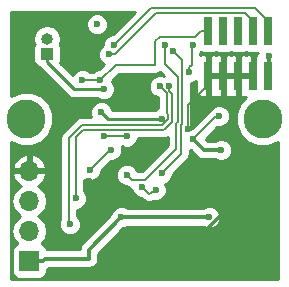
<source format=gbr>
G04 #@! TF.GenerationSoftware,KiCad,Pcbnew,(2017-08-19 revision a20cce075)-master*
G04 #@! TF.CreationDate,2017-08-26T17:51:18+03:00*
G04 #@! TF.ProjectId,distance-sensor-vl53l0x,64697374616E63652D73656E736F722D,rev?*
G04 #@! TF.SameCoordinates,Original*
G04 #@! TF.FileFunction,Copper,L2,Bot,Signal*
G04 #@! TF.FilePolarity,Positive*
%FSLAX46Y46*%
G04 Gerber Fmt 4.6, Leading zero omitted, Abs format (unit mm)*
G04 Created by KiCad (PCBNEW (2017-08-19 revision a20cce075)-master) date Sat Aug 26 17:51:18 2017*
%MOMM*%
%LPD*%
G01*
G04 APERTURE LIST*
%ADD10C,3.300000*%
%ADD11R,0.760000X2.400000*%
%ADD12R,1.000000X1.000000*%
%ADD13O,1.000000X1.000000*%
%ADD14R,1.700000X1.700000*%
%ADD15O,1.700000X1.700000*%
%ADD16C,0.600000*%
%ADD17C,0.200000*%
%ADD18C,0.300000*%
%ADD19C,0.250000*%
%ADD20C,0.160000*%
%ADD21C,0.254000*%
G04 APERTURE END LIST*
D10*
X116000000Y-99750000D03*
X96000000Y-99750000D03*
D11*
X116470000Y-96110000D03*
X116470000Y-92300000D03*
X115200000Y-96110000D03*
X115200000Y-92300000D03*
X113930000Y-96110000D03*
X113930000Y-92300000D03*
X112660000Y-96110000D03*
X112660000Y-92300000D03*
X111390000Y-96110000D03*
X111390000Y-92300000D03*
D12*
X97750000Y-94250000D03*
D13*
X97750000Y-92980000D03*
D14*
X96250000Y-111790000D03*
D15*
X96250000Y-109250000D03*
X96250000Y-106710000D03*
X96250000Y-104170000D03*
D16*
X100750000Y-96500000D03*
X102250000Y-96500000D03*
X100200000Y-91100000D03*
X108700000Y-104500000D03*
X113600000Y-106100000D03*
X110400000Y-109600000D03*
X101300000Y-105000000D03*
X109700000Y-100600000D03*
X103250000Y-105869998D03*
X111500000Y-108100000D03*
X104040000Y-108100000D03*
X116500000Y-94400000D03*
X112500000Y-102400000D03*
X102350027Y-99200032D03*
X101978555Y-91753555D03*
X107500000Y-99750000D03*
X112325728Y-99525728D03*
X110100000Y-101500000D03*
X110100000Y-93500000D03*
X109800000Y-95800000D03*
X103177439Y-102398539D03*
X101400000Y-104100000D03*
X102565500Y-97249979D03*
X103403005Y-93514277D03*
X100200000Y-106500000D03*
X108100000Y-97015000D03*
X99700000Y-108700000D03*
X107300000Y-97015000D03*
X103000000Y-94300000D03*
X102550000Y-101250000D03*
X104500000Y-101250000D03*
X107494203Y-104357253D03*
X108400843Y-94019283D03*
X107697862Y-93514823D03*
X104500000Y-104500000D03*
X106934000Y-105791000D03*
X105800000Y-105500000D03*
D17*
X106900000Y-95200000D02*
X103550000Y-95200000D01*
X103550000Y-95200000D02*
X102250000Y-96500000D01*
X106900000Y-93200000D02*
X106900000Y-95200000D01*
X107300000Y-92800000D02*
X106900000Y-93200000D01*
X110310000Y-92800000D02*
X107300000Y-92800000D01*
X111390000Y-92300000D02*
X110810000Y-92300000D01*
X110810000Y-92300000D02*
X110310000Y-92800000D01*
X102250000Y-96500000D02*
X100750000Y-96500000D01*
D18*
X113600000Y-106100000D02*
X110300000Y-106100000D01*
X110300000Y-106100000D02*
X108700000Y-104500000D01*
X110400000Y-109600000D02*
X110824264Y-109600000D01*
X110824264Y-109600000D02*
X113600000Y-106824264D01*
X113600000Y-106824264D02*
X113600000Y-106100000D01*
D17*
X101300000Y-105000000D02*
X102169998Y-105869998D01*
X102169998Y-105869998D02*
X103250000Y-105869998D01*
X111390000Y-96930000D02*
X109700000Y-98620000D01*
X111390000Y-96110000D02*
X111390000Y-96930000D01*
X109700000Y-98620000D02*
X109700000Y-100600000D01*
X112660000Y-96110000D02*
X111390000Y-96110000D01*
X113930000Y-96110000D02*
X112660000Y-96110000D01*
X115200000Y-96110000D02*
X113930000Y-96110000D01*
D18*
X101300000Y-111600000D02*
X101300000Y-110840000D01*
X101300000Y-110840000D02*
X104040000Y-108100000D01*
X97590000Y-111600000D02*
X101300000Y-111600000D01*
X96250000Y-111790000D02*
X97400000Y-111790000D01*
X97400000Y-111790000D02*
X97590000Y-111600000D01*
X104040000Y-108100000D02*
X111500000Y-108100000D01*
X116500000Y-94400000D02*
X116500000Y-96080000D01*
X116500000Y-96080000D02*
X116470000Y-96110000D01*
X112500000Y-102400000D02*
X111000000Y-102400000D01*
X111000000Y-102400000D02*
X110100000Y-101500000D01*
D17*
X116470000Y-96110000D02*
X116470000Y-96930000D01*
D19*
X102899995Y-99750000D02*
X102350027Y-99200032D01*
X107500000Y-99750000D02*
X102899995Y-99750000D01*
D17*
X110100000Y-101500000D02*
X112074272Y-99525728D01*
X112074272Y-99525728D02*
X112325728Y-99525728D01*
X110000000Y-95175736D02*
X110000000Y-93600000D01*
X110000000Y-93600000D02*
X110100000Y-93500000D01*
X109800000Y-95800000D02*
X109800000Y-95375736D01*
X109800000Y-95375736D02*
X110000000Y-95175736D01*
X101400000Y-104100000D02*
X103101461Y-102398539D01*
X103101461Y-102398539D02*
X103177439Y-102398539D01*
D19*
X97750000Y-94270000D02*
X97750000Y-94977106D01*
X100022873Y-97249979D02*
X102565500Y-97249979D01*
X97750000Y-94977106D02*
X100022873Y-97249979D01*
D17*
X110604298Y-90400000D02*
X106517282Y-90400000D01*
X106517282Y-90400000D02*
X103403005Y-93514277D01*
X116470000Y-91480000D02*
X115389988Y-90399988D01*
X110604310Y-90399988D02*
X110604298Y-90400000D01*
X115389988Y-90399988D02*
X110604310Y-90399988D01*
X116470000Y-92300000D02*
X116470000Y-91480000D01*
D20*
X100800000Y-100700000D02*
X100200000Y-101300000D01*
X100200000Y-101300000D02*
X100200000Y-106500000D01*
X107600000Y-100700000D02*
X100800000Y-100700000D01*
X107700000Y-100600000D02*
X107600000Y-100700000D01*
X108300000Y-100000000D02*
X107700000Y-100600000D01*
X108300000Y-97639264D02*
X108300000Y-100000000D01*
X108100000Y-97015000D02*
X108100000Y-97439264D01*
X108100000Y-97439264D02*
X108300000Y-97639264D01*
X99600000Y-101400000D02*
X99600000Y-108600000D01*
X99600000Y-108600000D02*
X99700000Y-108700000D01*
X100700000Y-100300000D02*
X99600000Y-101400000D01*
X102912794Y-100300000D02*
X100700000Y-100300000D01*
X107500000Y-100312402D02*
X102925196Y-100312402D01*
X102925196Y-100312402D02*
X102912794Y-100300000D01*
X108000000Y-99400000D02*
X108000000Y-99812402D01*
X108000000Y-99812402D02*
X107500000Y-100312402D01*
X107880001Y-99280001D02*
X108000000Y-99400000D01*
X107300000Y-97015000D02*
X107880001Y-97595001D01*
X107880001Y-97595001D02*
X107880001Y-99280001D01*
D17*
X110769987Y-90800011D02*
X107005275Y-90800011D01*
X110769999Y-90799999D02*
X110769987Y-90800011D01*
X114519999Y-90799999D02*
X110769999Y-90799999D01*
X115200000Y-91480000D02*
X114519999Y-90799999D01*
X103505286Y-94300000D02*
X103000000Y-94300000D01*
X107005275Y-90800011D02*
X103505286Y-94300000D01*
X115200000Y-92300000D02*
X115200000Y-91480000D01*
X104500000Y-101250000D02*
X102550000Y-101250000D01*
X109099998Y-100311998D02*
X109099998Y-102751458D01*
X109099998Y-102751458D02*
X107494203Y-104357253D01*
X109199998Y-94818438D02*
X109199998Y-100211998D01*
X108400843Y-94019283D02*
X109199998Y-94818438D01*
X109199998Y-100211998D02*
X109099998Y-100311998D01*
X107697862Y-95151564D02*
X107697862Y-93514823D01*
X104500000Y-104500000D02*
X104946142Y-104946142D01*
X104946142Y-104946142D02*
X106053858Y-104946142D01*
X108799987Y-96253689D02*
X107697862Y-95151564D01*
X108799987Y-100046309D02*
X108799987Y-96253689D01*
X108699987Y-100146309D02*
X108799987Y-100046309D01*
X106053858Y-104946142D02*
X108699987Y-102300013D01*
X108699987Y-102300013D02*
X108699987Y-100146309D01*
D20*
X106934000Y-105791000D02*
X106400000Y-106100000D01*
X106400000Y-106100000D02*
X105800000Y-105500000D01*
D21*
G36*
X103298650Y-92579185D02*
X103217838Y-92579115D01*
X102874062Y-92721160D01*
X102610813Y-92983950D01*
X102468167Y-93327478D01*
X102468008Y-93509927D01*
X102207808Y-93769673D01*
X102065162Y-94113201D01*
X102064838Y-94485167D01*
X102206883Y-94828943D01*
X102469673Y-95092192D01*
X102574735Y-95135818D01*
X102145645Y-95564908D01*
X102064833Y-95564838D01*
X101721057Y-95706883D01*
X101662838Y-95765000D01*
X101337419Y-95765000D01*
X101280327Y-95707808D01*
X100936799Y-95565162D01*
X100564833Y-95564838D01*
X100221057Y-95706883D01*
X99957808Y-95969673D01*
X99916602Y-96068906D01*
X98847077Y-94999381D01*
X98848157Y-94997765D01*
X98897440Y-94750000D01*
X98897440Y-93750000D01*
X98848157Y-93502235D01*
X98805135Y-93437849D01*
X98820839Y-93414346D01*
X98907236Y-92980000D01*
X98820839Y-92545654D01*
X98574802Y-92177434D01*
X98217545Y-91938722D01*
X101043393Y-91938722D01*
X101185438Y-92282498D01*
X101448228Y-92545747D01*
X101791756Y-92688393D01*
X102163722Y-92688717D01*
X102507498Y-92546672D01*
X102770747Y-92283882D01*
X102913393Y-91940354D01*
X102913717Y-91568388D01*
X102771672Y-91224612D01*
X102508882Y-90961363D01*
X102165354Y-90818717D01*
X101793388Y-90818393D01*
X101449612Y-90960438D01*
X101186363Y-91223228D01*
X101043717Y-91566756D01*
X101043393Y-91938722D01*
X98217545Y-91938722D01*
X98206582Y-91931397D01*
X97772236Y-91845000D01*
X97727764Y-91845000D01*
X97293418Y-91931397D01*
X96925198Y-92177434D01*
X96679161Y-92545654D01*
X96592764Y-92980000D01*
X96679161Y-93414346D01*
X96694865Y-93437849D01*
X96651843Y-93502235D01*
X96602560Y-93750000D01*
X96602560Y-94750000D01*
X96651843Y-94997765D01*
X96792191Y-95207809D01*
X97002235Y-95348157D01*
X97116655Y-95370916D01*
X97212599Y-95514507D01*
X99485472Y-97787380D01*
X99732034Y-97952127D01*
X100022873Y-98009979D01*
X102003037Y-98009979D01*
X102035173Y-98042171D01*
X102378701Y-98184817D01*
X102750667Y-98185141D01*
X103094443Y-98043096D01*
X103357692Y-97780306D01*
X103500338Y-97436778D01*
X103500662Y-97064812D01*
X103358617Y-96721036D01*
X103213640Y-96575806D01*
X103854447Y-95935000D01*
X106900000Y-95935000D01*
X107181272Y-95879051D01*
X107303939Y-95797087D01*
X107658176Y-96151324D01*
X107486799Y-96080162D01*
X107114833Y-96079838D01*
X106771057Y-96221883D01*
X106507808Y-96484673D01*
X106365162Y-96828201D01*
X106364838Y-97200167D01*
X106506883Y-97543943D01*
X106769673Y-97807192D01*
X107113201Y-97949838D01*
X107165001Y-97949883D01*
X107165001Y-98876747D01*
X106971057Y-98956883D01*
X106937882Y-98990000D01*
X103274915Y-98990000D01*
X103143144Y-98671089D01*
X102880354Y-98407840D01*
X102536826Y-98265194D01*
X102164860Y-98264870D01*
X101821084Y-98406915D01*
X101557835Y-98669705D01*
X101415189Y-99013233D01*
X101414865Y-99385199D01*
X101497421Y-99585000D01*
X100700000Y-99585000D01*
X100426381Y-99639426D01*
X100238392Y-99765037D01*
X100194419Y-99794419D01*
X99094419Y-100894419D01*
X98939426Y-101126381D01*
X98885000Y-101400000D01*
X98885000Y-108224600D01*
X98765162Y-108513201D01*
X98764838Y-108885167D01*
X98906883Y-109228943D01*
X99169673Y-109492192D01*
X99513201Y-109634838D01*
X99885167Y-109635162D01*
X100228943Y-109493117D01*
X100492192Y-109230327D01*
X100634838Y-108886799D01*
X100635162Y-108514833D01*
X100493117Y-108171057D01*
X100315000Y-107992629D01*
X100315000Y-107435101D01*
X100385167Y-107435162D01*
X100728943Y-107293117D01*
X100992192Y-107030327D01*
X101134838Y-106686799D01*
X101135162Y-106314833D01*
X100993117Y-105971057D01*
X100915000Y-105892804D01*
X100915000Y-104911014D01*
X101213201Y-105034838D01*
X101585167Y-105035162D01*
X101928943Y-104893117D01*
X102192192Y-104630327D01*
X102334838Y-104286799D01*
X102334910Y-104204537D01*
X103205882Y-103333564D01*
X103362606Y-103333701D01*
X103706382Y-103191656D01*
X103969631Y-102928866D01*
X104112277Y-102585338D01*
X104112601Y-102213372D01*
X104056824Y-102078380D01*
X104313201Y-102184838D01*
X104685167Y-102185162D01*
X105028943Y-102043117D01*
X105292192Y-101780327D01*
X105434838Y-101436799D01*
X105434857Y-101415000D01*
X107600000Y-101415000D01*
X107873619Y-101360574D01*
X107964987Y-101299523D01*
X107964987Y-101995566D01*
X105749412Y-104211142D01*
X105392318Y-104211142D01*
X105293117Y-103971057D01*
X105030327Y-103707808D01*
X104686799Y-103565162D01*
X104314833Y-103564838D01*
X103971057Y-103706883D01*
X103707808Y-103969673D01*
X103565162Y-104313201D01*
X103564838Y-104685167D01*
X103706883Y-105028943D01*
X103969673Y-105292192D01*
X104313201Y-105434838D01*
X104395463Y-105434910D01*
X104426418Y-105465865D01*
X104574542Y-105564838D01*
X104664870Y-105625193D01*
X104864856Y-105664973D01*
X104864838Y-105685167D01*
X105006883Y-106028943D01*
X105269673Y-106292192D01*
X105613201Y-106434838D01*
X105723772Y-106434934D01*
X105894419Y-106605581D01*
X105933924Y-106631978D01*
X105965289Y-106667672D01*
X106048903Y-106708804D01*
X106126381Y-106760574D01*
X106172983Y-106769844D01*
X106215618Y-106790817D01*
X106308612Y-106796821D01*
X106400000Y-106814999D01*
X106446598Y-106805730D01*
X106494017Y-106808792D01*
X106582229Y-106778752D01*
X106673618Y-106760574D01*
X106713125Y-106734176D01*
X106742880Y-106724044D01*
X106747201Y-106725838D01*
X107119167Y-106726162D01*
X107462943Y-106584117D01*
X107726192Y-106321327D01*
X107868838Y-105977799D01*
X107869162Y-105605833D01*
X107730868Y-105271136D01*
X108023146Y-105150370D01*
X108286395Y-104887580D01*
X108429041Y-104544052D01*
X108429113Y-104461790D01*
X109619721Y-103271182D01*
X109779049Y-103032730D01*
X109799418Y-102930327D01*
X109834998Y-102751458D01*
X109834998Y-102402365D01*
X109913201Y-102434838D01*
X109924690Y-102434848D01*
X110444921Y-102955079D01*
X110699593Y-103125245D01*
X111000000Y-103185000D01*
X111962494Y-103185000D01*
X111969673Y-103192192D01*
X112313201Y-103334838D01*
X112685167Y-103335162D01*
X113028943Y-103193117D01*
X113292192Y-102930327D01*
X113434838Y-102586799D01*
X113435162Y-102214833D01*
X113293117Y-101871057D01*
X113030327Y-101607808D01*
X112686799Y-101465162D01*
X112314833Y-101464838D01*
X111971057Y-101606883D01*
X111962926Y-101615000D01*
X111325158Y-101615000D01*
X111174802Y-101464644D01*
X112178846Y-100460601D01*
X112510895Y-100460890D01*
X112854671Y-100318845D01*
X113117920Y-100056055D01*
X113260566Y-99712527D01*
X113260890Y-99340561D01*
X113118845Y-98996785D01*
X112856055Y-98733536D01*
X112512527Y-98590890D01*
X112140561Y-98590566D01*
X111796785Y-98732611D01*
X111533536Y-98995401D01*
X111511086Y-99049468D01*
X109995645Y-100564908D01*
X109914833Y-100564838D01*
X109834998Y-100597825D01*
X109834998Y-100559197D01*
X109879049Y-100493270D01*
X109892354Y-100426381D01*
X109934998Y-100211998D01*
X109934998Y-96735118D01*
X109985167Y-96735162D01*
X110328943Y-96593117D01*
X110375000Y-96547140D01*
X110375000Y-97436309D01*
X110471673Y-97669698D01*
X110650301Y-97848327D01*
X110883690Y-97945000D01*
X111104250Y-97945000D01*
X111263000Y-97786250D01*
X111263000Y-96237000D01*
X111517000Y-96237000D01*
X111517000Y-97786250D01*
X111675750Y-97945000D01*
X111896310Y-97945000D01*
X112025000Y-97891695D01*
X112153690Y-97945000D01*
X112374250Y-97945000D01*
X112533000Y-97786250D01*
X112533000Y-96237000D01*
X112787000Y-96237000D01*
X112787000Y-97786250D01*
X112945750Y-97945000D01*
X113166310Y-97945000D01*
X113295000Y-97891695D01*
X113423690Y-97945000D01*
X113644250Y-97945000D01*
X113803000Y-97786250D01*
X113803000Y-96237000D01*
X112787000Y-96237000D01*
X112533000Y-96237000D01*
X111517000Y-96237000D01*
X111263000Y-96237000D01*
X111243000Y-96237000D01*
X111243000Y-95983000D01*
X111263000Y-95983000D01*
X111263000Y-94433750D01*
X111517000Y-94433750D01*
X111517000Y-95983000D01*
X112533000Y-95983000D01*
X112533000Y-94433750D01*
X112787000Y-94433750D01*
X112787000Y-95983000D01*
X113803000Y-95983000D01*
X113803000Y-94433750D01*
X114057000Y-94433750D01*
X114057000Y-95983000D01*
X115073000Y-95983000D01*
X115073000Y-94433750D01*
X114914250Y-94275000D01*
X114693690Y-94275000D01*
X114565000Y-94328305D01*
X114436310Y-94275000D01*
X114215750Y-94275000D01*
X114057000Y-94433750D01*
X113803000Y-94433750D01*
X113644250Y-94275000D01*
X113423690Y-94275000D01*
X113295000Y-94328305D01*
X113166310Y-94275000D01*
X112945750Y-94275000D01*
X112787000Y-94433750D01*
X112533000Y-94433750D01*
X112374250Y-94275000D01*
X112153690Y-94275000D01*
X112025000Y-94328305D01*
X111896310Y-94275000D01*
X111675750Y-94275000D01*
X111517000Y-94433750D01*
X111263000Y-94433750D01*
X111104250Y-94275000D01*
X110883690Y-94275000D01*
X110735000Y-94336589D01*
X110735000Y-94187245D01*
X110813941Y-94108442D01*
X111010000Y-94147440D01*
X111770000Y-94147440D01*
X112017765Y-94098157D01*
X112025000Y-94093323D01*
X112032235Y-94098157D01*
X112280000Y-94147440D01*
X113040000Y-94147440D01*
X113287765Y-94098157D01*
X113295000Y-94093323D01*
X113302235Y-94098157D01*
X113550000Y-94147440D01*
X114310000Y-94147440D01*
X114557765Y-94098157D01*
X114565000Y-94093323D01*
X114572235Y-94098157D01*
X114820000Y-94147440D01*
X115580000Y-94147440D01*
X115593591Y-94144737D01*
X115565162Y-94213201D01*
X115565108Y-94275000D01*
X115485750Y-94275000D01*
X115327000Y-94433750D01*
X115327000Y-95983000D01*
X115347000Y-95983000D01*
X115347000Y-96237000D01*
X115327000Y-96237000D01*
X115327000Y-96257000D01*
X115073000Y-96257000D01*
X115073000Y-96237000D01*
X114057000Y-96237000D01*
X114057000Y-97786250D01*
X114215750Y-97945000D01*
X114436310Y-97945000D01*
X114565000Y-97891695D01*
X114608995Y-97909918D01*
X114064001Y-98453961D01*
X113715397Y-99293491D01*
X113714604Y-100202521D01*
X114061742Y-101042658D01*
X114703961Y-101685999D01*
X115543491Y-102034603D01*
X116452521Y-102035396D01*
X117290000Y-101689356D01*
X117290000Y-113290000D01*
X94710000Y-113290000D01*
X94710000Y-106710000D01*
X94735907Y-106710000D01*
X94848946Y-107278285D01*
X95170853Y-107760054D01*
X95500026Y-107980000D01*
X95170853Y-108199946D01*
X94848946Y-108681715D01*
X94735907Y-109250000D01*
X94848946Y-109818285D01*
X95170853Y-110300054D01*
X95214777Y-110329403D01*
X95152235Y-110341843D01*
X94942191Y-110482191D01*
X94801843Y-110692235D01*
X94752560Y-110940000D01*
X94752560Y-112640000D01*
X94801843Y-112887765D01*
X94942191Y-113097809D01*
X95152235Y-113238157D01*
X95400000Y-113287440D01*
X97100000Y-113287440D01*
X97347765Y-113238157D01*
X97557809Y-113097809D01*
X97698157Y-112887765D01*
X97747440Y-112640000D01*
X97747440Y-112483819D01*
X97895333Y-112385000D01*
X101300000Y-112385000D01*
X101600406Y-112325245D01*
X101855079Y-112155079D01*
X102025245Y-111900406D01*
X102085000Y-111600000D01*
X102085000Y-111165158D01*
X104215005Y-109035153D01*
X104225167Y-109035162D01*
X104568943Y-108893117D01*
X104577074Y-108885000D01*
X110962494Y-108885000D01*
X110969673Y-108892192D01*
X111313201Y-109034838D01*
X111685167Y-109035162D01*
X112028943Y-108893117D01*
X112292192Y-108630327D01*
X112434838Y-108286799D01*
X112435162Y-107914833D01*
X112293117Y-107571057D01*
X112030327Y-107307808D01*
X111686799Y-107165162D01*
X111314833Y-107164838D01*
X110971057Y-107306883D01*
X110962926Y-107315000D01*
X104577506Y-107315000D01*
X104570327Y-107307808D01*
X104226799Y-107165162D01*
X103854833Y-107164838D01*
X103511057Y-107306883D01*
X103247808Y-107569673D01*
X103105162Y-107913201D01*
X103105152Y-107924690D01*
X100744921Y-110284921D01*
X100574755Y-110539593D01*
X100535886Y-110735000D01*
X100519973Y-110815000D01*
X97722576Y-110815000D01*
X97698157Y-110692235D01*
X97557809Y-110482191D01*
X97347765Y-110341843D01*
X97285223Y-110329403D01*
X97329147Y-110300054D01*
X97651054Y-109818285D01*
X97764093Y-109250000D01*
X97651054Y-108681715D01*
X97329147Y-108199946D01*
X96999974Y-107980000D01*
X97329147Y-107760054D01*
X97651054Y-107278285D01*
X97764093Y-106710000D01*
X97651054Y-106141715D01*
X97329147Y-105659946D01*
X96988447Y-105432298D01*
X97131358Y-105365183D01*
X97521645Y-104936924D01*
X97691476Y-104526890D01*
X97570155Y-104297000D01*
X96377000Y-104297000D01*
X96377000Y-104317000D01*
X96123000Y-104317000D01*
X96123000Y-104297000D01*
X94929845Y-104297000D01*
X94808524Y-104526890D01*
X94978355Y-104936924D01*
X95368642Y-105365183D01*
X95511553Y-105432298D01*
X95170853Y-105659946D01*
X94848946Y-106141715D01*
X94735907Y-106710000D01*
X94710000Y-106710000D01*
X94710000Y-103813110D01*
X94808524Y-103813110D01*
X94929845Y-104043000D01*
X96123000Y-104043000D01*
X96123000Y-102849181D01*
X96377000Y-102849181D01*
X96377000Y-104043000D01*
X97570155Y-104043000D01*
X97691476Y-103813110D01*
X97521645Y-103403076D01*
X97131358Y-102974817D01*
X96606892Y-102728514D01*
X96377000Y-102849181D01*
X96123000Y-102849181D01*
X95893108Y-102728514D01*
X95368642Y-102974817D01*
X94978355Y-103403076D01*
X94808524Y-103813110D01*
X94710000Y-103813110D01*
X94710000Y-101688507D01*
X95543491Y-102034603D01*
X96452521Y-102035396D01*
X97292658Y-101688258D01*
X97935999Y-101046039D01*
X98284603Y-100206509D01*
X98285396Y-99297479D01*
X97938258Y-98457342D01*
X97296039Y-97814001D01*
X96456509Y-97465397D01*
X95547479Y-97464604D01*
X94710000Y-97810644D01*
X94710000Y-90710000D01*
X105167835Y-90710000D01*
X103298650Y-92579185D01*
X103298650Y-92579185D01*
G37*
X103298650Y-92579185D02*
X103217838Y-92579115D01*
X102874062Y-92721160D01*
X102610813Y-92983950D01*
X102468167Y-93327478D01*
X102468008Y-93509927D01*
X102207808Y-93769673D01*
X102065162Y-94113201D01*
X102064838Y-94485167D01*
X102206883Y-94828943D01*
X102469673Y-95092192D01*
X102574735Y-95135818D01*
X102145645Y-95564908D01*
X102064833Y-95564838D01*
X101721057Y-95706883D01*
X101662838Y-95765000D01*
X101337419Y-95765000D01*
X101280327Y-95707808D01*
X100936799Y-95565162D01*
X100564833Y-95564838D01*
X100221057Y-95706883D01*
X99957808Y-95969673D01*
X99916602Y-96068906D01*
X98847077Y-94999381D01*
X98848157Y-94997765D01*
X98897440Y-94750000D01*
X98897440Y-93750000D01*
X98848157Y-93502235D01*
X98805135Y-93437849D01*
X98820839Y-93414346D01*
X98907236Y-92980000D01*
X98820839Y-92545654D01*
X98574802Y-92177434D01*
X98217545Y-91938722D01*
X101043393Y-91938722D01*
X101185438Y-92282498D01*
X101448228Y-92545747D01*
X101791756Y-92688393D01*
X102163722Y-92688717D01*
X102507498Y-92546672D01*
X102770747Y-92283882D01*
X102913393Y-91940354D01*
X102913717Y-91568388D01*
X102771672Y-91224612D01*
X102508882Y-90961363D01*
X102165354Y-90818717D01*
X101793388Y-90818393D01*
X101449612Y-90960438D01*
X101186363Y-91223228D01*
X101043717Y-91566756D01*
X101043393Y-91938722D01*
X98217545Y-91938722D01*
X98206582Y-91931397D01*
X97772236Y-91845000D01*
X97727764Y-91845000D01*
X97293418Y-91931397D01*
X96925198Y-92177434D01*
X96679161Y-92545654D01*
X96592764Y-92980000D01*
X96679161Y-93414346D01*
X96694865Y-93437849D01*
X96651843Y-93502235D01*
X96602560Y-93750000D01*
X96602560Y-94750000D01*
X96651843Y-94997765D01*
X96792191Y-95207809D01*
X97002235Y-95348157D01*
X97116655Y-95370916D01*
X97212599Y-95514507D01*
X99485472Y-97787380D01*
X99732034Y-97952127D01*
X100022873Y-98009979D01*
X102003037Y-98009979D01*
X102035173Y-98042171D01*
X102378701Y-98184817D01*
X102750667Y-98185141D01*
X103094443Y-98043096D01*
X103357692Y-97780306D01*
X103500338Y-97436778D01*
X103500662Y-97064812D01*
X103358617Y-96721036D01*
X103213640Y-96575806D01*
X103854447Y-95935000D01*
X106900000Y-95935000D01*
X107181272Y-95879051D01*
X107303939Y-95797087D01*
X107658176Y-96151324D01*
X107486799Y-96080162D01*
X107114833Y-96079838D01*
X106771057Y-96221883D01*
X106507808Y-96484673D01*
X106365162Y-96828201D01*
X106364838Y-97200167D01*
X106506883Y-97543943D01*
X106769673Y-97807192D01*
X107113201Y-97949838D01*
X107165001Y-97949883D01*
X107165001Y-98876747D01*
X106971057Y-98956883D01*
X106937882Y-98990000D01*
X103274915Y-98990000D01*
X103143144Y-98671089D01*
X102880354Y-98407840D01*
X102536826Y-98265194D01*
X102164860Y-98264870D01*
X101821084Y-98406915D01*
X101557835Y-98669705D01*
X101415189Y-99013233D01*
X101414865Y-99385199D01*
X101497421Y-99585000D01*
X100700000Y-99585000D01*
X100426381Y-99639426D01*
X100238392Y-99765037D01*
X100194419Y-99794419D01*
X99094419Y-100894419D01*
X98939426Y-101126381D01*
X98885000Y-101400000D01*
X98885000Y-108224600D01*
X98765162Y-108513201D01*
X98764838Y-108885167D01*
X98906883Y-109228943D01*
X99169673Y-109492192D01*
X99513201Y-109634838D01*
X99885167Y-109635162D01*
X100228943Y-109493117D01*
X100492192Y-109230327D01*
X100634838Y-108886799D01*
X100635162Y-108514833D01*
X100493117Y-108171057D01*
X100315000Y-107992629D01*
X100315000Y-107435101D01*
X100385167Y-107435162D01*
X100728943Y-107293117D01*
X100992192Y-107030327D01*
X101134838Y-106686799D01*
X101135162Y-106314833D01*
X100993117Y-105971057D01*
X100915000Y-105892804D01*
X100915000Y-104911014D01*
X101213201Y-105034838D01*
X101585167Y-105035162D01*
X101928943Y-104893117D01*
X102192192Y-104630327D01*
X102334838Y-104286799D01*
X102334910Y-104204537D01*
X103205882Y-103333564D01*
X103362606Y-103333701D01*
X103706382Y-103191656D01*
X103969631Y-102928866D01*
X104112277Y-102585338D01*
X104112601Y-102213372D01*
X104056824Y-102078380D01*
X104313201Y-102184838D01*
X104685167Y-102185162D01*
X105028943Y-102043117D01*
X105292192Y-101780327D01*
X105434838Y-101436799D01*
X105434857Y-101415000D01*
X107600000Y-101415000D01*
X107873619Y-101360574D01*
X107964987Y-101299523D01*
X107964987Y-101995566D01*
X105749412Y-104211142D01*
X105392318Y-104211142D01*
X105293117Y-103971057D01*
X105030327Y-103707808D01*
X104686799Y-103565162D01*
X104314833Y-103564838D01*
X103971057Y-103706883D01*
X103707808Y-103969673D01*
X103565162Y-104313201D01*
X103564838Y-104685167D01*
X103706883Y-105028943D01*
X103969673Y-105292192D01*
X104313201Y-105434838D01*
X104395463Y-105434910D01*
X104426418Y-105465865D01*
X104574542Y-105564838D01*
X104664870Y-105625193D01*
X104864856Y-105664973D01*
X104864838Y-105685167D01*
X105006883Y-106028943D01*
X105269673Y-106292192D01*
X105613201Y-106434838D01*
X105723772Y-106434934D01*
X105894419Y-106605581D01*
X105933924Y-106631978D01*
X105965289Y-106667672D01*
X106048903Y-106708804D01*
X106126381Y-106760574D01*
X106172983Y-106769844D01*
X106215618Y-106790817D01*
X106308612Y-106796821D01*
X106400000Y-106814999D01*
X106446598Y-106805730D01*
X106494017Y-106808792D01*
X106582229Y-106778752D01*
X106673618Y-106760574D01*
X106713125Y-106734176D01*
X106742880Y-106724044D01*
X106747201Y-106725838D01*
X107119167Y-106726162D01*
X107462943Y-106584117D01*
X107726192Y-106321327D01*
X107868838Y-105977799D01*
X107869162Y-105605833D01*
X107730868Y-105271136D01*
X108023146Y-105150370D01*
X108286395Y-104887580D01*
X108429041Y-104544052D01*
X108429113Y-104461790D01*
X109619721Y-103271182D01*
X109779049Y-103032730D01*
X109799418Y-102930327D01*
X109834998Y-102751458D01*
X109834998Y-102402365D01*
X109913201Y-102434838D01*
X109924690Y-102434848D01*
X110444921Y-102955079D01*
X110699593Y-103125245D01*
X111000000Y-103185000D01*
X111962494Y-103185000D01*
X111969673Y-103192192D01*
X112313201Y-103334838D01*
X112685167Y-103335162D01*
X113028943Y-103193117D01*
X113292192Y-102930327D01*
X113434838Y-102586799D01*
X113435162Y-102214833D01*
X113293117Y-101871057D01*
X113030327Y-101607808D01*
X112686799Y-101465162D01*
X112314833Y-101464838D01*
X111971057Y-101606883D01*
X111962926Y-101615000D01*
X111325158Y-101615000D01*
X111174802Y-101464644D01*
X112178846Y-100460601D01*
X112510895Y-100460890D01*
X112854671Y-100318845D01*
X113117920Y-100056055D01*
X113260566Y-99712527D01*
X113260890Y-99340561D01*
X113118845Y-98996785D01*
X112856055Y-98733536D01*
X112512527Y-98590890D01*
X112140561Y-98590566D01*
X111796785Y-98732611D01*
X111533536Y-98995401D01*
X111511086Y-99049468D01*
X109995645Y-100564908D01*
X109914833Y-100564838D01*
X109834998Y-100597825D01*
X109834998Y-100559197D01*
X109879049Y-100493270D01*
X109892354Y-100426381D01*
X109934998Y-100211998D01*
X109934998Y-96735118D01*
X109985167Y-96735162D01*
X110328943Y-96593117D01*
X110375000Y-96547140D01*
X110375000Y-97436309D01*
X110471673Y-97669698D01*
X110650301Y-97848327D01*
X110883690Y-97945000D01*
X111104250Y-97945000D01*
X111263000Y-97786250D01*
X111263000Y-96237000D01*
X111517000Y-96237000D01*
X111517000Y-97786250D01*
X111675750Y-97945000D01*
X111896310Y-97945000D01*
X112025000Y-97891695D01*
X112153690Y-97945000D01*
X112374250Y-97945000D01*
X112533000Y-97786250D01*
X112533000Y-96237000D01*
X112787000Y-96237000D01*
X112787000Y-97786250D01*
X112945750Y-97945000D01*
X113166310Y-97945000D01*
X113295000Y-97891695D01*
X113423690Y-97945000D01*
X113644250Y-97945000D01*
X113803000Y-97786250D01*
X113803000Y-96237000D01*
X112787000Y-96237000D01*
X112533000Y-96237000D01*
X111517000Y-96237000D01*
X111263000Y-96237000D01*
X111243000Y-96237000D01*
X111243000Y-95983000D01*
X111263000Y-95983000D01*
X111263000Y-94433750D01*
X111517000Y-94433750D01*
X111517000Y-95983000D01*
X112533000Y-95983000D01*
X112533000Y-94433750D01*
X112787000Y-94433750D01*
X112787000Y-95983000D01*
X113803000Y-95983000D01*
X113803000Y-94433750D01*
X114057000Y-94433750D01*
X114057000Y-95983000D01*
X115073000Y-95983000D01*
X115073000Y-94433750D01*
X114914250Y-94275000D01*
X114693690Y-94275000D01*
X114565000Y-94328305D01*
X114436310Y-94275000D01*
X114215750Y-94275000D01*
X114057000Y-94433750D01*
X113803000Y-94433750D01*
X113644250Y-94275000D01*
X113423690Y-94275000D01*
X113295000Y-94328305D01*
X113166310Y-94275000D01*
X112945750Y-94275000D01*
X112787000Y-94433750D01*
X112533000Y-94433750D01*
X112374250Y-94275000D01*
X112153690Y-94275000D01*
X112025000Y-94328305D01*
X111896310Y-94275000D01*
X111675750Y-94275000D01*
X111517000Y-94433750D01*
X111263000Y-94433750D01*
X111104250Y-94275000D01*
X110883690Y-94275000D01*
X110735000Y-94336589D01*
X110735000Y-94187245D01*
X110813941Y-94108442D01*
X111010000Y-94147440D01*
X111770000Y-94147440D01*
X112017765Y-94098157D01*
X112025000Y-94093323D01*
X112032235Y-94098157D01*
X112280000Y-94147440D01*
X113040000Y-94147440D01*
X113287765Y-94098157D01*
X113295000Y-94093323D01*
X113302235Y-94098157D01*
X113550000Y-94147440D01*
X114310000Y-94147440D01*
X114557765Y-94098157D01*
X114565000Y-94093323D01*
X114572235Y-94098157D01*
X114820000Y-94147440D01*
X115580000Y-94147440D01*
X115593591Y-94144737D01*
X115565162Y-94213201D01*
X115565108Y-94275000D01*
X115485750Y-94275000D01*
X115327000Y-94433750D01*
X115327000Y-95983000D01*
X115347000Y-95983000D01*
X115347000Y-96237000D01*
X115327000Y-96237000D01*
X115327000Y-96257000D01*
X115073000Y-96257000D01*
X115073000Y-96237000D01*
X114057000Y-96237000D01*
X114057000Y-97786250D01*
X114215750Y-97945000D01*
X114436310Y-97945000D01*
X114565000Y-97891695D01*
X114608995Y-97909918D01*
X114064001Y-98453961D01*
X113715397Y-99293491D01*
X113714604Y-100202521D01*
X114061742Y-101042658D01*
X114703961Y-101685999D01*
X115543491Y-102034603D01*
X116452521Y-102035396D01*
X117290000Y-101689356D01*
X117290000Y-113290000D01*
X94710000Y-113290000D01*
X94710000Y-106710000D01*
X94735907Y-106710000D01*
X94848946Y-107278285D01*
X95170853Y-107760054D01*
X95500026Y-107980000D01*
X95170853Y-108199946D01*
X94848946Y-108681715D01*
X94735907Y-109250000D01*
X94848946Y-109818285D01*
X95170853Y-110300054D01*
X95214777Y-110329403D01*
X95152235Y-110341843D01*
X94942191Y-110482191D01*
X94801843Y-110692235D01*
X94752560Y-110940000D01*
X94752560Y-112640000D01*
X94801843Y-112887765D01*
X94942191Y-113097809D01*
X95152235Y-113238157D01*
X95400000Y-113287440D01*
X97100000Y-113287440D01*
X97347765Y-113238157D01*
X97557809Y-113097809D01*
X97698157Y-112887765D01*
X97747440Y-112640000D01*
X97747440Y-112483819D01*
X97895333Y-112385000D01*
X101300000Y-112385000D01*
X101600406Y-112325245D01*
X101855079Y-112155079D01*
X102025245Y-111900406D01*
X102085000Y-111600000D01*
X102085000Y-111165158D01*
X104215005Y-109035153D01*
X104225167Y-109035162D01*
X104568943Y-108893117D01*
X104577074Y-108885000D01*
X110962494Y-108885000D01*
X110969673Y-108892192D01*
X111313201Y-109034838D01*
X111685167Y-109035162D01*
X112028943Y-108893117D01*
X112292192Y-108630327D01*
X112434838Y-108286799D01*
X112435162Y-107914833D01*
X112293117Y-107571057D01*
X112030327Y-107307808D01*
X111686799Y-107165162D01*
X111314833Y-107164838D01*
X110971057Y-107306883D01*
X110962926Y-107315000D01*
X104577506Y-107315000D01*
X104570327Y-107307808D01*
X104226799Y-107165162D01*
X103854833Y-107164838D01*
X103511057Y-107306883D01*
X103247808Y-107569673D01*
X103105162Y-107913201D01*
X103105152Y-107924690D01*
X100744921Y-110284921D01*
X100574755Y-110539593D01*
X100535886Y-110735000D01*
X100519973Y-110815000D01*
X97722576Y-110815000D01*
X97698157Y-110692235D01*
X97557809Y-110482191D01*
X97347765Y-110341843D01*
X97285223Y-110329403D01*
X97329147Y-110300054D01*
X97651054Y-109818285D01*
X97764093Y-109250000D01*
X97651054Y-108681715D01*
X97329147Y-108199946D01*
X96999974Y-107980000D01*
X97329147Y-107760054D01*
X97651054Y-107278285D01*
X97764093Y-106710000D01*
X97651054Y-106141715D01*
X97329147Y-105659946D01*
X96988447Y-105432298D01*
X97131358Y-105365183D01*
X97521645Y-104936924D01*
X97691476Y-104526890D01*
X97570155Y-104297000D01*
X96377000Y-104297000D01*
X96377000Y-104317000D01*
X96123000Y-104317000D01*
X96123000Y-104297000D01*
X94929845Y-104297000D01*
X94808524Y-104526890D01*
X94978355Y-104936924D01*
X95368642Y-105365183D01*
X95511553Y-105432298D01*
X95170853Y-105659946D01*
X94848946Y-106141715D01*
X94735907Y-106710000D01*
X94710000Y-106710000D01*
X94710000Y-103813110D01*
X94808524Y-103813110D01*
X94929845Y-104043000D01*
X96123000Y-104043000D01*
X96123000Y-102849181D01*
X96377000Y-102849181D01*
X96377000Y-104043000D01*
X97570155Y-104043000D01*
X97691476Y-103813110D01*
X97521645Y-103403076D01*
X97131358Y-102974817D01*
X96606892Y-102728514D01*
X96377000Y-102849181D01*
X96123000Y-102849181D01*
X95893108Y-102728514D01*
X95368642Y-102974817D01*
X94978355Y-103403076D01*
X94808524Y-103813110D01*
X94710000Y-103813110D01*
X94710000Y-101688507D01*
X95543491Y-102034603D01*
X96452521Y-102035396D01*
X97292658Y-101688258D01*
X97935999Y-101046039D01*
X98284603Y-100206509D01*
X98285396Y-99297479D01*
X97938258Y-98457342D01*
X97296039Y-97814001D01*
X96456509Y-97465397D01*
X95547479Y-97464604D01*
X94710000Y-97810644D01*
X94710000Y-90710000D01*
X105167835Y-90710000D01*
X103298650Y-92579185D01*
M02*

</source>
